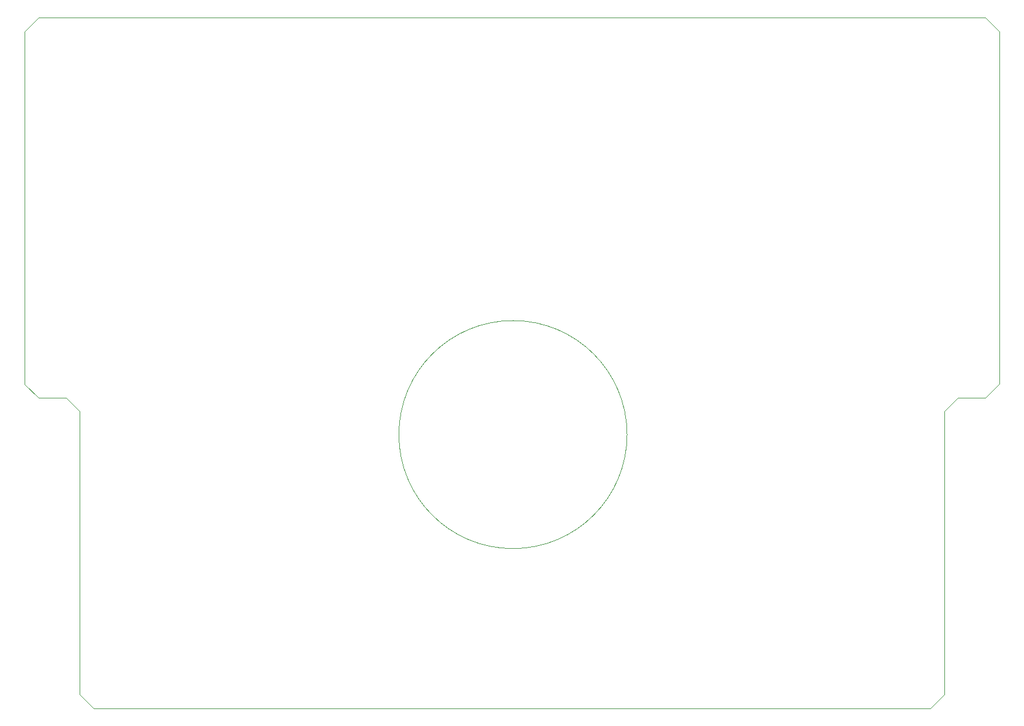
<source format=gbr>
%TF.GenerationSoftware,KiCad,Pcbnew,(5.1.6)-1*%
%TF.CreationDate,2020-09-14T15:10:25-05:00*%
%TF.ProjectId,Follower_Line_PCB_IM,466f6c6c-6f77-4657-925f-4c696e655f50,Iron Makers*%
%TF.SameCoordinates,Original*%
%TF.FileFunction,Profile,NP*%
%FSLAX46Y46*%
G04 Gerber Fmt 4.6, Leading zero omitted, Abs format (unit mm)*
G04 Created by KiCad (PCBNEW (5.1.6)-1) date 2020-09-14 15:10:25*
%MOMM*%
%LPD*%
G01*
G04 APERTURE LIST*
%TA.AperFunction,Profile*%
%ADD10C,0.050000*%
%TD*%
G04 APERTURE END LIST*
D10*
X154130000Y-110350000D02*
G75*
G03*
X154130000Y-110350000I-16500000J0D01*
G01*
X205980000Y-49990000D02*
X207990000Y-52000000D01*
X67000000Y-52000000D02*
X69000000Y-50000000D01*
X205970000Y-105000000D02*
X207990000Y-102990000D01*
X200000000Y-107000000D02*
X201990000Y-105000000D01*
X197990000Y-150000000D02*
X200000000Y-147990000D01*
X75000000Y-147990000D02*
X77010000Y-150000000D01*
X73030000Y-105000000D02*
X75000000Y-106990000D01*
X67000000Y-103060000D02*
X69020000Y-105000000D01*
X75000000Y-106990000D02*
X75000000Y-147990000D01*
X69020000Y-105000000D02*
X73030000Y-105000000D01*
X67000000Y-52000000D02*
X67000000Y-103060000D01*
X75000000Y-50000000D02*
X69000000Y-50000000D01*
X197990000Y-150000000D02*
X77010000Y-150000000D01*
X200000000Y-107000000D02*
X200000000Y-147990000D01*
X205970000Y-105000000D02*
X201990000Y-105000000D01*
X207990000Y-52000000D02*
X207990000Y-102990000D01*
X200000000Y-50000000D02*
X205980000Y-49990000D01*
X75000000Y-50000000D02*
X200000000Y-50000000D01*
M02*

</source>
